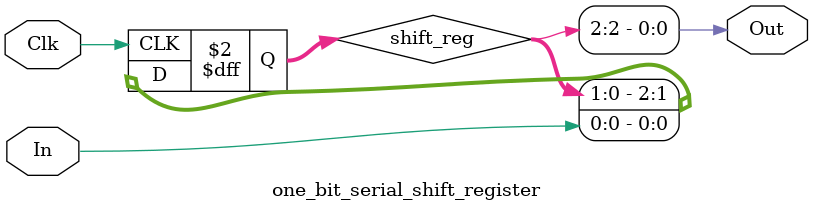
<source format=v>
`timescale 1ns / 1ps


module one_bit_serial_shift_register(
    input Clk,
    input In,
    output Out
    );
    reg [2:0]shift_reg;
    always @(posedge Clk)
        shift_reg<={shift_reg[1:0],In};
    assign Out=shift_reg[2];
endmodule

</source>
